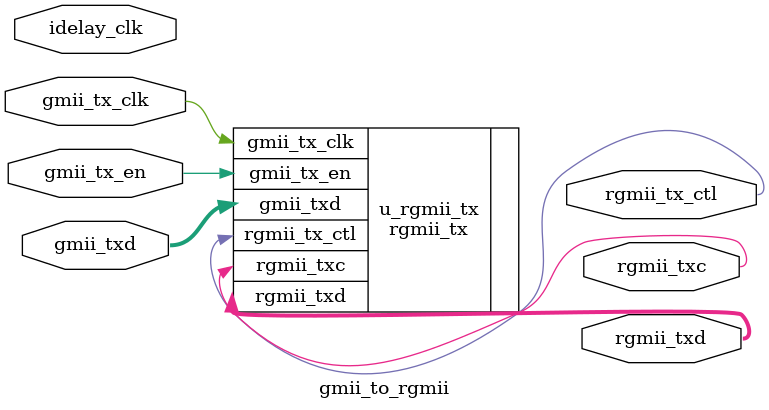
<source format=v>

module gmii_to_rgmii(
    //input               clk_125m   ,
    input              idelay_clk  , //IDELAY时钟
    //以太网GMII接口
    input             gmii_tx_clk , //GMII发送时钟
    input              gmii_tx_en  , //GMII发送数据使能信号
    input       [7:0]  gmii_txd    , //GMII发送数据            
    //以太网RGMII接口   
    output             rgmii_txc   , //RGMII发送时钟    
    output             rgmii_tx_ctl, //RGMII发送数据控制信号
    output      [3:0]  rgmii_txd     //RGMII发送数据          
    );

//parameter define
parameter IDELAY_VALUE = 0;  //输入数据IO延时(如果为n,表示延时n*78ps) 

//*****************************************************
//**                    main code
//*****************************************************


//RGMII发送
rgmii_tx u_rgmii_tx(
    .gmii_tx_clk   (gmii_tx_clk ),
    .gmii_tx_en    (gmii_tx_en  ),
    .gmii_txd      (gmii_txd    ),
              
    .rgmii_txc     (rgmii_txc   ),
    .rgmii_tx_ctl  (rgmii_tx_ctl),
    .rgmii_txd     (rgmii_txd   )
    );

endmodule
</source>
